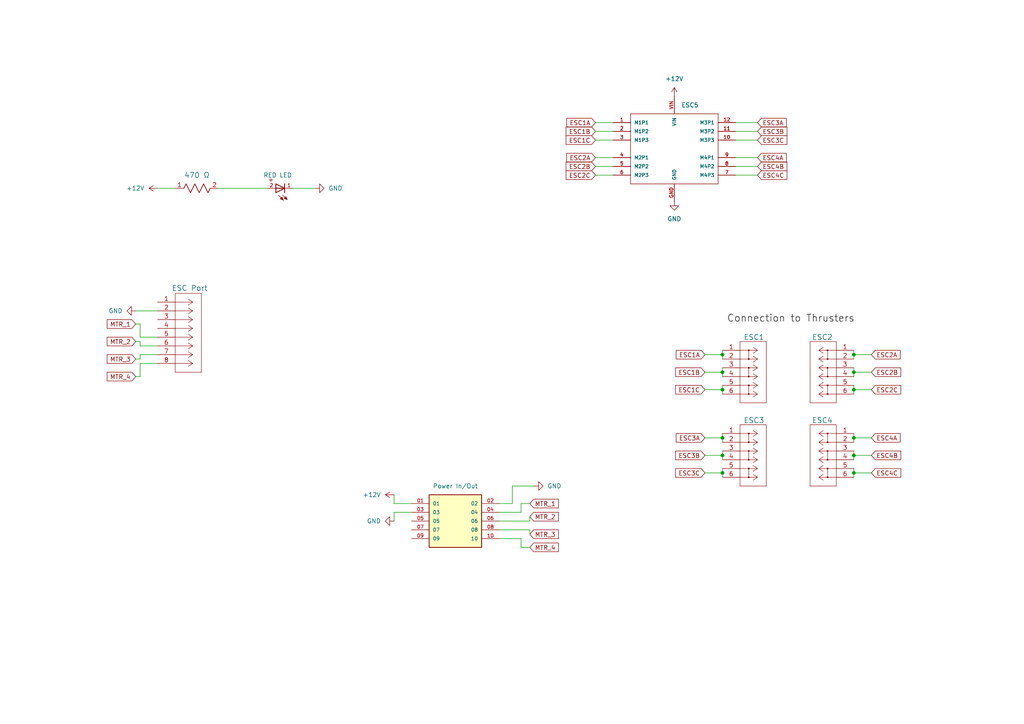
<source format=kicad_sch>
(kicad_sch (version 20231120) (generator "eeschema") (generator_version "8.0")
  (paper "A4")
  (lib_symbols
    (symbol "2024-10-10_00-17-14:RMCF0603FT470R" (pin_names (offset 0.254))
      (property "Reference" "R" (at 5.715 3.81 0))
      (property "Value" "RMCF0603FT470R" (at 6.35 -3.81 0))
      (symbol "RMCF0603FT470R_1_1"
        (polyline (pts (xy 2.54 0) (xy 3.175 1.27)) (stroke (width 0.2032)))
        (polyline (pts (xy 3.175 1.27) (xy 4.445 -1.27)) (stroke (width 0.2032)))
        (polyline (pts (xy 4.445 -1.27) (xy 5.715 1.27)) (stroke (width 0.2032)))
        (polyline (pts (xy 5.715 1.27) (xy 6.985 -1.27)) (stroke (width 0.2032)))
        (polyline (pts (xy 6.985 -1.27) (xy 8.255 1.27)) (stroke (width 0.2032)))
        (polyline (pts (xy 8.255 1.27) (xy 9.525 -1.27)) (stroke (width 0.2032)))
        (polyline (pts (xy 9.525 -1.27) (xy 10.16 0)) (stroke (width 0.2032)))
        (pin unspecified line (at 0 0 0) (length 2.54) (name "") (number "1"))
        (pin unspecified line (at 12.7 0 180) (length 2.54) (name "") (number "2"))
      )
      (symbol "RMCF0603FT470R_1_2"
        (polyline (pts (xy -1.27 3.175) (xy 1.27 4.445)) (stroke (width 0.2032)))
        (polyline (pts (xy -1.27 5.715) (xy 1.27 6.985)) (stroke (width 0.2032)))
        (polyline (pts (xy -1.27 8.255) (xy 1.27 9.525)) (stroke (width 0.2032)))
        (polyline (pts (xy 0 2.54) (xy -1.27 3.175)) (stroke (width 0.2032)))
        (polyline (pts (xy 1.27 4.445) (xy -1.27 5.715)) (stroke (width 0.2032)))
        (polyline (pts (xy 1.27 6.985) (xy -1.27 8.255)) (stroke (width 0.2032)))
        (polyline (pts (xy 1.27 9.525) (xy 0 10.16)) (stroke (width 0.2032)))
        (pin unspecified line (at 0 12.7 270) (length 2.54) (name "") (number "1"))
        (pin unspecified line (at 0 0 90) (length 2.54) (name "") (number "2"))
      )
    )
    (symbol "CONN_1824750000_WED:1824750000" (pin_names (offset 0.254) hide)
      (property "Reference" "J" (at 8.89 6.35 0))
      (property "Value" "1824750000" (at 0 0 0))
      (symbol "1824750000_0_1"
        (polyline (pts (xy 5.08 -15.24) (xy 12.7 -15.24)) (stroke (width 0.127)))
        (polyline (pts (xy 5.08 2.54) (xy 5.08 -15.24)) (stroke (width 0.127)))
        (polyline (pts (xy 7.62 -10.16) (xy 7.62 -12.7)) (stroke (width 0.127)))
        (polyline (pts (xy 7.62 -5.08) (xy 7.62 -7.62)) (stroke (width 0.127)))
        (polyline (pts (xy 7.62 0) (xy 7.62 -2.54)) (stroke (width 0.127)))
        (polyline (pts (xy 10.16 -12.7) (xy 5.08 -12.7)) (stroke (width 0.127)))
        (polyline (pts (xy 10.16 -12.7) (xy 8.89 -13.5467)) (stroke (width 0.127)))
        (polyline (pts (xy 10.16 -12.7) (xy 8.89 -11.8533)) (stroke (width 0.127)))
        (polyline (pts (xy 10.16 -10.16) (xy 5.08 -10.16)) (stroke (width 0.127)))
        (polyline (pts (xy 10.16 -10.16) (xy 8.89 -11.0067)) (stroke (width 0.127)))
        (polyline (pts (xy 10.16 -10.16) (xy 8.89 -9.3133)) (stroke (width 0.127)))
        (polyline (pts (xy 10.16 -7.62) (xy 5.08 -7.62)) (stroke (width 0.127)))
        (polyline (pts (xy 10.16 -7.62) (xy 8.89 -8.4667)) (stroke (width 0.127)))
        (polyline (pts (xy 10.16 -7.62) (xy 8.89 -6.7733)) (stroke (width 0.127)))
        (polyline (pts (xy 10.16 -5.08) (xy 5.08 -5.08)) (stroke (width 0.127)))
        (polyline (pts (xy 10.16 -5.08) (xy 8.89 -5.9267)) (stroke (width 0.127)))
        (polyline (pts (xy 10.16 -5.08) (xy 8.89 -4.2333)) (stroke (width 0.127)))
        (polyline (pts (xy 10.16 -2.54) (xy 5.08 -2.54)) (stroke (width 0.127)))
        (polyline (pts (xy 10.16 -2.54) (xy 8.89 -3.3867)) (stroke (width 0.127)))
        (polyline (pts (xy 10.16 -2.54) (xy 8.89 -1.6933)) (stroke (width 0.127)))
        (polyline (pts (xy 10.16 0) (xy 5.08 0)) (stroke (width 0.127)))
        (polyline (pts (xy 10.16 0) (xy 8.89 -0.8467)) (stroke (width 0.127)))
        (polyline (pts (xy 10.16 0) (xy 8.89 0.8467)) (stroke (width 0.127)))
        (polyline (pts (xy 12.7 -15.24) (xy 12.7 2.54)) (stroke (width 0.127)))
        (polyline (pts (xy 12.7 2.54) (xy 5.08 2.54)) (stroke (width 0.127)))
        (circle (center 7.62 -12.7) (radius 0.127) (stroke (width 0.254)))
        (circle (center 7.62 -10.16) (radius 0.127) (stroke (width 0.254)))
        (circle (center 7.62 -7.62) (radius 0.127) (stroke (width 0.254)))
        (circle (center 7.62 -5.08) (radius 0.127) (stroke (width 0.254)))
        (circle (center 7.62 -2.54) (radius 0.127) (stroke (width 0.254)))
        (circle (center 7.62 0) (radius 0.127) (stroke (width 0.254)))
        (pin unspecified line (at 0 0 0) (length 5.08) (name "1") (number "1"))
        (pin unspecified line (at 0 -2.54 0) (length 5.08) (name "2") (number "2"))
        (pin unspecified line (at 0 -5.08 0) (length 5.08) (name "3") (number "3"))
        (pin unspecified line (at 0 -7.62 0) (length 5.08) (name "4") (number "4"))
        (pin unspecified line (at 0 -10.16 0) (length 5.08) (name "5") (number "5"))
        (pin unspecified line (at 0 -12.7 0) (length 5.08) (name "6") (number "6"))
      )
    )
    (symbol "CONN_BM08B-SRSS-TBLFSN_JST:BM08B-SRSS-TBLFSN" (pin_names (offset 0.254) hide)
      (property "Reference" "J" (at 8.89 6.35 0))
      (property "Value" "BM08B-SRSS-TBLFSN" (at 0 0 0))
      (symbol "BM08B-SRSS-TBLFSN_1_1"
        (polyline (pts (xy 5.08 -20.32) (xy 12.7 -20.32)) (stroke (width 0.127)))
        (polyline (pts (xy 5.08 2.54) (xy 5.08 -20.32)) (stroke (width 0.127)))
        (polyline (pts (xy 10.16 -17.78) (xy 5.08 -17.78)) (stroke (width 0.127)))
        (polyline (pts (xy 10.16 -17.78) (xy 8.89 -18.6267)) (stroke (width 0.127)))
        (polyline (pts (xy 10.16 -17.78) (xy 8.89 -16.9333)) (stroke (width 0.127)))
        (polyline (pts (xy 10.16 -15.24) (xy 5.08 -15.24)) (stroke (width 0.127)))
        (polyline (pts (xy 10.16 -15.24) (xy 8.89 -16.0867)) (stroke (width 0.127)))
        (polyline (pts (xy 10.16 -15.24) (xy 8.89 -14.3933)) (stroke (width 0.127)))
        (polyline (pts (xy 10.16 -12.7) (xy 5.08 -12.7)) (stroke (width 0.127)))
        (polyline (pts (xy 10.16 -12.7) (xy 8.89 -13.5467)) (stroke (width 0.127)))
        (polyline (pts (xy 10.16 -12.7) (xy 8.89 -11.8533)) (stroke (width 0.127)))
        (polyline (pts (xy 10.16 -10.16) (xy 5.08 -10.16)) (stroke (width 0.127)))
        (polyline (pts (xy 10.16 -10.16) (xy 8.89 -11.0067)) (stroke (width 0.127)))
        (polyline (pts (xy 10.16 -10.16) (xy 8.89 -9.3133)) (stroke (width 0.127)))
        (polyline (pts (xy 10.16 -7.62) (xy 5.08 -7.62)) (stroke (width 0.127)))
        (polyline (pts (xy 10.16 -7.62) (xy 8.89 -8.4667)) (stroke (width 0.127)))
        (polyline (pts (xy 10.16 -7.62) (xy 8.89 -6.7733)) (stroke (width 0.127)))
        (polyline (pts (xy 10.16 -5.08) (xy 5.08 -5.08)) (stroke (width 0.127)))
        (polyline (pts (xy 10.16 -5.08) (xy 8.89 -5.9267)) (stroke (width 0.127)))
        (polyline (pts (xy 10.16 -5.08) (xy 8.89 -4.2333)) (stroke (width 0.127)))
        (polyline (pts (xy 10.16 -2.54) (xy 5.08 -2.54)) (stroke (width 0.127)))
        (polyline (pts (xy 10.16 -2.54) (xy 8.89 -3.3867)) (stroke (width 0.127)))
        (polyline (pts (xy 10.16 -2.54) (xy 8.89 -1.6933)) (stroke (width 0.127)))
        (polyline (pts (xy 10.16 0) (xy 5.08 0)) (stroke (width 0.127)))
        (polyline (pts (xy 10.16 0) (xy 8.89 -0.8467)) (stroke (width 0.127)))
        (polyline (pts (xy 10.16 0) (xy 8.89 0.8467)) (stroke (width 0.127)))
        (polyline (pts (xy 12.7 -20.32) (xy 12.7 2.54)) (stroke (width 0.127)))
        (polyline (pts (xy 12.7 2.54) (xy 5.08 2.54)) (stroke (width 0.127)))
        (pin unspecified line (at 0 0 0) (length 5.08) (name "1") (number "1"))
        (pin unspecified line (at 0 -2.54 0) (length 5.08) (name "2") (number "2"))
        (pin unspecified line (at 0 -5.08 0) (length 5.08) (name "3") (number "3"))
        (pin unspecified line (at 0 -7.62 0) (length 5.08) (name "4") (number "4"))
        (pin unspecified line (at 0 -10.16 0) (length 5.08) (name "5") (number "5"))
        (pin unspecified line (at 0 -12.7 0) (length 5.08) (name "6") (number "6"))
        (pin unspecified line (at 0 -15.24 0) (length 5.08) (name "7") (number "7"))
        (pin unspecified line (at 0 -17.78 0) (length 5.08) (name "8") (number "8"))
      )
      (symbol "BM08B-SRSS-TBLFSN_1_2"
        (polyline (pts (xy 5.08 -20.32) (xy 12.7 -20.32)) (stroke (width 0.127)))
        (polyline (pts (xy 5.08 2.54) (xy 5.08 -20.32)) (stroke (width 0.127)))
        (polyline (pts (xy 7.62 -17.78) (xy 5.08 -17.78)) (stroke (width 0.127)))
        (polyline (pts (xy 7.62 -17.78) (xy 8.89 -18.6267)) (stroke (width 0.127)))
        (polyline (pts (xy 7.62 -17.78) (xy 8.89 -16.9333)) (stroke (width 0.127)))
        (polyline (pts (xy 7.62 -15.24) (xy 5.08 -15.24)) (stroke (width 0.127)))
        (polyline (pts (xy 7.62 -15.24) (xy 8.89 -16.0867)) (stroke (width 0.127)))
        (polyline (pts (xy 7.62 -15.24) (xy 8.89 -14.3933)) (stroke (width 0.127)))
        (polyline (pts (xy 7.62 -12.7) (xy 5.08 -12.7)) (stroke (width 0.127)))
        (polyline (pts (xy 7.62 -12.7) (xy 8.89 -13.5467)) (stroke (width 0.127)))
        (polyline (pts (xy 7.62 -12.7) (xy 8.89 -11.8533)) (stroke (width 0.127)))
        (polyline (pts (xy 7.62 -10.16) (xy 5.08 -10.16)) (stroke (width 0.127)))
        (polyline (pts (xy 7.62 -10.16) (xy 8.89 -11.0067)) (stroke (width 0.127)))
        (polyline (pts (xy 7.62 -10.16) (xy 8.89 -9.3133)) (stroke (width 0.127)))
        (polyline (pts (xy 7.62 -7.62) (xy 5.08 -7.62)) (stroke (width 0.127)))
        (polyline (pts (xy 7.62 -7.62) (xy 8.89 -8.4667)) (stroke (width 0.127)))
        (polyline (pts (xy 7.62 -7.62) (xy 8.89 -6.7733)) (stroke (width 0.127)))
        (polyline (pts (xy 7.62 -5.08) (xy 5.08 -5.08)) (stroke (width 0.127)))
        (polyline (pts (xy 7.62 -5.08) (xy 8.89 -5.9267)) (stroke (width 0.127)))
        (polyline (pts (xy 7.62 -5.08) (xy 8.89 -4.2333)) (stroke (width 0.127)))
        (polyline (pts (xy 7.62 -2.54) (xy 5.08 -2.54)) (stroke (width 0.127)))
        (polyline (pts (xy 7.62 -2.54) (xy 8.89 -3.3867)) (stroke (width 0.127)))
        (polyline (pts (xy 7.62 -2.54) (xy 8.89 -1.6933)) (stroke (width 0.127)))
        (polyline (pts (xy 7.62 0) (xy 5.08 0)) (stroke (width 0.127)))
        (polyline (pts (xy 7.62 0) (xy 8.89 -0.8467)) (stroke (width 0.127)))
        (polyline (pts (xy 7.62 0) (xy 8.89 0.8467)) (stroke (width 0.127)))
        (polyline (pts (xy 12.7 -20.32) (xy 12.7 2.54)) (stroke (width 0.127)))
        (polyline (pts (xy 12.7 2.54) (xy 5.08 2.54)) (stroke (width 0.127)))
        (pin unspecified line (at 0 0 0) (length 5.08) (name "1") (number "1"))
        (pin unspecified line (at 0 -2.54 0) (length 5.08) (name "2") (number "2"))
        (pin unspecified line (at 0 -5.08 0) (length 5.08) (name "3") (number "3"))
        (pin unspecified line (at 0 -7.62 0) (length 5.08) (name "4") (number "4"))
        (pin unspecified line (at 0 -10.16 0) (length 5.08) (name "5") (number "5"))
        (pin unspecified line (at 0 -12.7 0) (length 5.08) (name "6") (number "6"))
        (pin unspecified line (at 0 -15.24 0) (length 5.08) (name "7") (number "7"))
        (pin unspecified line (at 0 -17.78 0) (length 5.08) (name "8") (number "8"))
      )
    )
    (symbol "IPS1-105-01-L-D:IPS1-105-01-L-D" (pin_names (offset 1.016))
      (property "Reference" "J" (at -8.12 7.62 0))
      (property "Value" "IPS1-105-01-L-D" (at -7.62 -10.16 0))
      (symbol "IPS1-105-01-L-D_0_0"
        (rectangle (start -7.62 -7.62) (end 7.62 7.62) (stroke (width 0.254)) (fill (type background)))
        (pin passive line (at -12.7 5.08 0) (length 5.08) (name "01") (number "01"))
        (pin passive line (at 12.7 5.08 180) (length 5.08) (name "02") (number "02"))
        (pin passive line (at -12.7 2.54 0) (length 5.08) (name "03") (number "03"))
        (pin passive line (at 12.7 2.54 180) (length 5.08) (name "04") (number "04"))
        (pin passive line (at -12.7 0 0) (length 5.08) (name "05") (number "05"))
        (pin passive line (at 12.7 0 180) (length 5.08) (name "06") (number "06"))
        (pin passive line (at -12.7 -2.54 0) (length 5.08) (name "07") (number "07"))
        (pin passive line (at 12.7 -2.54 180) (length 5.08) (name "08") (number "08"))
        (pin passive line (at -12.7 -5.08 0) (length 5.08) (name "09") (number "09"))
        (pin passive line (at 12.7 -5.08 180) (length 5.08) (name "10") (number "10"))
      )
    )
    (symbol "LUMENIER:LUMENIER" (pin_names (offset 1.016))
      (property "Reference" "U" (at 0 20.32 0))
      (property "Value" "LUMENIER" (at 0 0 0))
      (symbol "LUMENIER_0_0"
        (polyline (pts (xy 0 0) (xy 0 20.32)) (stroke (width 0.1524)))
        (polyline (pts (xy 0 0) (xy 25.4 0)) (stroke (width 0.1524)))
        (polyline (pts (xy 0 20.32) (xy 25.4 20.32)) (stroke (width 0.1524)))
        (polyline (pts (xy 25.4 0) (xy 25.4 20.32)) (stroke (width 0.1524)))
        (pin bidirectional line (at -5.08 17.78 0) (length 5.08) (name "M1P1") (number "1"))
        (pin bidirectional line (at 30.48 12.7 180) (length 5.08) (name "M3P3") (number "10"))
        (pin bidirectional line (at 30.48 15.24 180) (length 5.08) (name "M3P2") (number "11"))
        (pin bidirectional line (at 30.48 17.78 180) (length 5.08) (name "M3P1") (number "12"))
        (pin bidirectional line (at -5.08 15.24 0) (length 5.08) (name "M1P2") (number "2"))
        (pin bidirectional line (at -5.08 12.7 0) (length 5.08) (name "M1P3") (number "3"))
        (pin bidirectional line (at -5.08 7.62 0) (length 5.08) (name "M2P1") (number "4"))
        (pin bidirectional line (at -5.08 5.08 0) (length 5.08) (name "M2P2") (number "5"))
        (pin bidirectional line (at -5.08 2.54 0) (length 5.08) (name "M2P3") (number "6"))
        (pin bidirectional line (at 30.48 2.54 180) (length 5.08) (name "M4P3") (number "7"))
        (pin bidirectional line (at 30.48 5.08 180) (length 5.08) (name "M4P2") (number "8"))
        (pin bidirectional line (at 30.48 7.62 180) (length 5.08) (name "M4P1") (number "9"))
        (pin bidirectional line (at 12.7 -5.08 90) (length 5.08) (name "GND") (number "GND"))
        (pin bidirectional line (at 12.7 25.4 270) (length 5.08) (name "VIN") (number "VIN"))
      )
    )
    (symbol "WL-SMCW_0805:WL-SMCW_0805" (pin_names (offset 1.016))
      (property "Reference" "D" (at -1.988 3.972 0))
      (property "Value" "WL-SMCW_0805" (at -2.628 -3.928 0))
      (symbol "WL-SMCW_0805_0_0"
        (polyline (pts (xy 0 -1.27) (xy 0 0)) (stroke (width 0.254)))
        (polyline (pts (xy 0 0) (xy 0 1.27)) (stroke (width 0.254)))
        (polyline (pts (xy 0 0) (xy 2.54 0)) (stroke (width 0.254)))
        (polyline (pts (xy 0 0) (xy 2.54 1.27)) (stroke (width 0.254)))
        (polyline (pts (xy 0.635 1.905) (xy -0.762 3.302)) (stroke (width 0.1524)))
        (polyline (pts (xy 1.778 2.032) (xy 0.381 3.429)) (stroke (width 0.1524)))
        (polyline (pts (xy 2.54 -1.27) (xy 0 0)) (stroke (width 0.254)))
        (polyline (pts (xy 2.54 -1.27) (xy 2.54 0)) (stroke (width 0.254)))
        (polyline (pts (xy 2.54 0) (xy 2.54 1.27)) (stroke (width 0.254)))
        (polyline (pts (xy -0.762 3.302) (xy 0.127 2.921) (xy -0.381 2.413) (xy -0.762 3.302)) (stroke (width 0.1524)) (fill (type outline)))
        (polyline (pts (xy 0.381 3.429) (xy 1.27 3.048) (xy 0.762 2.54) (xy 0.381 3.429)) (stroke (width 0.1524)) (fill (type outline)))
        (text "+" (at 3.08 -1.74 0) (effects (font (size 1.27 1.27)) (justify left bottom)))
        (pin passive line (at -2.54 0 0) (length 2.54) (name "~") (number "1"))
        (pin passive line (at 5.08 0 180) (length 2.54) (name "~") (number "2"))
      )
    )
    (symbol "power:+12V" (power) (pin_numbers hide) (pin_names (offset 0) hide)
      (property "Value" "+12V" (at 0 3.556 0))
      (symbol "+12V_0_1"
        (polyline (pts (xy -0.762 1.27) (xy 0 2.54)))
        (polyline (pts (xy 0 0) (xy 0 2.54)))
        (polyline (pts (xy 0 2.54) (xy 0.762 1.27)))
      )
      (symbol "+12V_1_1"
        (pin power_in line (at 0 0 90) (length 0) (name "~") (number "1"))
      )
    )
    (symbol "power:GND" (power) (pin_numbers hide) (pin_names (offset 0) hide)
      (property "Value" "GND" (at 0 -3.81 0))
      (symbol "GND_0_1"
        (polyline (pts (xy 0 0) (xy 0 -1.27) (xy 1.27 -1.27) (xy 0 -2.54) (xy -1.27 -1.27) (xy 0 -1.27)))
      )
      (symbol "GND_1_1"
        (pin power_in line (at 0 0 270) (length 0) (name "~") (number "1"))
      )
    )
  )
  (junction (at 247.65 102.87))
  (junction (at 247.65 137.16))
  (junction (at 209.55 127))
  (junction (at 209.55 113.03))
  (junction (at 247.65 107.95))
  (junction (at 247.65 132.08))
  (junction (at 209.55 102.87))
  (junction (at 209.55 137.16))
  (junction (at 247.65 113.03))
  (junction (at 209.55 132.08))
  (junction (at 209.55 107.95))
  (junction (at 247.65 127))
  (wire (pts (xy 209.55 137.16) (xy 209.55 138.43)))
  (wire (pts (xy 151.13 146.05) (xy 151.13 148.59)))
  (wire (pts (xy 177.8 48.26) (xy 172.72 48.26)))
  (wire (pts (xy 144.78 156.21) (xy 151.13 156.21)))
  (wire (pts (xy 153.67 149.86) (xy 153.67 151.13)))
  (wire (pts (xy 114.3 146.05) (xy 114.3 143.51)))
  (wire (pts (xy 247.65 130.81) (xy 247.65 132.08)))
  (wire (pts (xy 148.59 140.97) (xy 148.59 146.05)))
  (wire (pts (xy 119.38 146.05) (xy 114.3 146.05)))
  (wire (pts (xy 209.55 127) (xy 209.55 128.27)))
  (wire (pts (xy 153.67 153.67) (xy 153.67 154.94)))
  (wire (pts (xy 247.65 107.95) (xy 247.65 109.22)))
  (wire (pts (xy 204.47 137.16) (xy 209.55 137.16)))
  (wire (pts (xy 39.37 93.98) (xy 40.64 93.98)))
  (wire (pts (xy 45.72 90.17) (xy 39.37 90.17)))
  (wire (pts (xy 172.72 38.1) (xy 177.8 38.1)))
  (wire (pts (xy 172.72 40.64) (xy 177.8 40.64)))
  (wire (pts (xy 209.55 106.68) (xy 209.55 107.95)))
  (wire (pts (xy 172.72 35.56) (xy 177.8 35.56)))
  (wire (pts (xy 204.47 132.08) (xy 209.55 132.08)))
  (wire (pts (xy 40.64 104.14) (xy 40.64 102.87)))
  (wire (pts (xy 204.47 113.03) (xy 209.55 113.03)))
  (wire (pts (xy 40.64 100.33) (xy 45.72 100.33)))
  (wire (pts (xy 204.47 107.95) (xy 209.55 107.95)))
  (wire (pts (xy 144.78 148.59) (xy 151.13 148.59)))
  (wire (pts (xy 39.37 99.06) (xy 40.64 99.06)))
  (wire (pts (xy 148.59 146.05) (xy 144.78 146.05)))
  (wire (pts (xy 252.73 102.87) (xy 247.65 102.87)))
  (wire (pts (xy 213.36 48.26) (xy 219.71 48.26)))
  (wire (pts (xy 39.37 109.22) (xy 40.64 109.22)))
  (wire (pts (xy 209.55 102.87) (xy 209.55 104.14)))
  (wire (pts (xy 154.94 140.97) (xy 148.59 140.97)))
  (wire (pts (xy 247.65 101.6) (xy 247.65 102.87)))
  (wire (pts (xy 114.3 148.59) (xy 114.3 151.13)))
  (wire (pts (xy 252.73 132.08) (xy 247.65 132.08)))
  (wire (pts (xy 209.55 135.89) (xy 209.55 137.16)))
  (wire (pts (xy 85.09 54.61) (xy 91.44 54.61)))
  (wire (pts (xy 247.65 106.68) (xy 247.65 107.95)))
  (wire (pts (xy 247.65 102.87) (xy 247.65 104.14)))
  (wire (pts (xy 247.65 135.89) (xy 247.65 137.16)))
  (wire (pts (xy 213.36 35.56) (xy 219.71 35.56)))
  (wire (pts (xy 247.65 113.03) (xy 247.65 114.3)))
  (wire (pts (xy 252.73 107.95) (xy 247.65 107.95)))
  (wire (pts (xy 172.72 45.72) (xy 177.8 45.72)))
  (wire (pts (xy 213.36 50.8) (xy 219.71 50.8)))
  (wire (pts (xy 247.65 125.73) (xy 247.65 127)))
  (wire (pts (xy 209.55 107.95) (xy 209.55 109.22)))
  (wire (pts (xy 209.55 111.76) (xy 209.55 113.03)))
  (wire (pts (xy 247.65 127) (xy 247.65 128.27)))
  (wire (pts (xy 204.47 102.87) (xy 209.55 102.87)))
  (wire (pts (xy 213.36 40.64) (xy 219.71 40.64)))
  (wire (pts (xy 144.78 151.13) (xy 153.67 151.13)))
  (wire (pts (xy 40.64 97.79) (xy 45.72 97.79)))
  (wire (pts (xy 144.78 153.67) (xy 153.67 153.67)))
  (wire (pts (xy 252.73 137.16) (xy 247.65 137.16)))
  (wire (pts (xy 40.64 99.06) (xy 40.64 100.33)))
  (wire (pts (xy 252.73 127) (xy 247.65 127)))
  (wire (pts (xy 209.55 113.03) (xy 209.55 114.3)))
  (wire (pts (xy 40.64 102.87) (xy 45.72 102.87)))
  (wire (pts (xy 209.55 130.81) (xy 209.55 132.08)))
  (wire (pts (xy 40.64 109.22) (xy 40.64 105.41)))
  (wire (pts (xy 213.36 45.72) (xy 219.71 45.72)))
  (wire (pts (xy 151.13 158.75) (xy 153.67 158.75)))
  (wire (pts (xy 119.38 148.59) (xy 114.3 148.59)))
  (wire (pts (xy 247.65 111.76) (xy 247.65 113.03)))
  (wire (pts (xy 209.55 132.08) (xy 209.55 133.35)))
  (wire (pts (xy 151.13 156.21) (xy 151.13 158.75)))
  (wire (pts (xy 40.64 105.41) (xy 45.72 105.41)))
  (wire (pts (xy 247.65 137.16) (xy 247.65 138.43)))
  (wire (pts (xy 213.36 38.1) (xy 219.71 38.1)))
  (wire (pts (xy 151.13 146.05) (xy 153.67 146.05)))
  (wire (pts (xy 45.72 54.61) (xy 50.8 54.61)))
  (wire (pts (xy 177.8 50.8) (xy 172.72 50.8)))
  (wire (pts (xy 247.65 132.08) (xy 247.65 133.35)))
  (wire (pts (xy 39.37 104.14) (xy 40.64 104.14)))
  (wire (pts (xy 63.5 54.61) (xy 77.47 54.61)))
  (wire (pts (xy 209.55 125.73) (xy 209.55 127)))
  (wire (pts (xy 40.64 93.98) (xy 40.64 97.79)))
  (wire (pts (xy 209.55 101.6) (xy 209.55 102.87)))
  (wire (pts (xy 204.47 127) (xy 209.55 127)))
  (wire (pts (xy 252.73 113.03) (xy 247.65 113.03)))
  (label "Connection to Thrusters" (at 210.82 93.98 0) (effects (font (size 2.032 2.032))))
  (global_label "ESC4C" (shape input) (at 252.73 137.16 0) (property "Intersheetrefs" "${INTERSHEET_REFS}" (effects (hide yes))))
  (global_label "ESC4A" (shape input) (at 219.71 45.72 0) (property "Intersheetrefs" "${INTERSHEET_REFS}" (effects (hide yes))))
  (global_label "MTR_2" (shape input) (at 39.37 99.06 180) (property "Intersheetrefs" "${INTERSHEET_REFS}" (effects (hide yes))))
  (global_label "ESC2B" (shape input) (at 172.72 48.26 180) (property "Intersheetrefs" "${INTERSHEET_REFS}" (effects (hide yes))))
  (global_label "ESC1A" (shape input) (at 172.72 35.56 180) (property "Intersheetrefs" "${INTERSHEET_REFS}" (effects (hide yes))))
  (global_label "ESC4B" (shape input) (at 219.71 48.26 0) (property "Intersheetrefs" "${INTERSHEET_REFS}" (effects (hide yes))))
  (global_label "MTR_1" (shape input) (at 39.37 93.98 180) (property "Intersheetrefs" "${INTERSHEET_REFS}" (effects (hide yes))))
  (global_label "ESC2A" (shape input) (at 172.72 45.72 180) (property "Intersheetrefs" "${INTERSHEET_REFS}" (effects (hide yes))))
  (global_label "ESC3A" (shape input) (at 204.47 127 180) (property "Intersheetrefs" "${INTERSHEET_REFS}" (effects (hide yes))))
  (global_label "MTR_1" (shape input) (at 153.67 146.05 0) (property "Intersheetrefs" "${INTERSHEET_REFS}" (effects (hide yes))))
  (global_label "ESC1C" (shape input) (at 172.72 40.64 180) (property "Intersheetrefs" "${INTERSHEET_REFS}" (effects (hide yes))))
  (global_label "MTR_3" (shape input) (at 153.67 154.94 0) (property "Intersheetrefs" "${INTERSHEET_REFS}" (effects (hide yes))))
  (global_label "ESC2B" (shape input) (at 252.73 107.95 0) (property "Intersheetrefs" "${INTERSHEET_REFS}" (effects (hide yes))))
  (global_label "MTR_4" (shape input) (at 39.37 109.22 180) (property "Intersheetrefs" "${INTERSHEET_REFS}" (effects (hide yes))))
  (global_label "ESC2A" (shape input) (at 252.73 102.87 0) (property "Intersheetrefs" "${INTERSHEET_REFS}" (effects (hide yes))))
  (global_label "MTR_2" (shape input) (at 153.67 149.86 0) (property "Intersheetrefs" "${INTERSHEET_REFS}" (effects (hide yes))))
  (global_label "ESC3B" (shape input) (at 204.47 132.08 180) (property "Intersheetrefs" "${INTERSHEET_REFS}" (effects (hide yes))))
  (global_label "ESC1B" (shape input) (at 204.47 107.95 180) (property "Intersheetrefs" "${INTERSHEET_REFS}" (effects (hide yes))))
  (global_label "ESC1A" (shape input) (at 204.47 102.87 180) (property "Intersheetrefs" "${INTERSHEET_REFS}" (effects (hide yes))))
  (global_label "ESC3B" (shape input) (at 219.71 38.1 0) (property "Intersheetrefs" "${INTERSHEET_REFS}" (effects (hide yes))))
  (global_label "MTR_4" (shape input) (at 153.67 158.75 0) (property "Intersheetrefs" "${INTERSHEET_REFS}" (effects (hide yes))))
  (global_label "ESC2C" (shape input) (at 172.72 50.8 180) (property "Intersheetrefs" "${INTERSHEET_REFS}" (effects (hide yes))))
  (global_label "MTR_3" (shape input) (at 39.37 104.14 180) (property "Intersheetrefs" "${INTERSHEET_REFS}" (effects (hide yes))))
  (global_label "ESC1B" (shape input) (at 172.72 38.1 180) (property "Intersheetrefs" "${INTERSHEET_REFS}" (effects (hide yes))))
  (global_label "ESC4B" (shape input) (at 252.73 132.08 0) (property "Intersheetrefs" "${INTERSHEET_REFS}" (effects (hide yes))))
  (global_label "ESC4A" (shape input) (at 252.73 127 0) (property "Intersheetrefs" "${INTERSHEET_REFS}" (effects (hide yes))))
  (global_label "ESC3C" (shape input) (at 219.71 40.64 0) (property "Intersheetrefs" "${INTERSHEET_REFS}" (effects (hide yes))))
  (global_label "ESC4C" (shape input) (at 219.71 50.8 0) (property "Intersheetrefs" "${INTERSHEET_REFS}" (effects (hide yes))))
  (global_label "ESC3A" (shape input) (at 219.71 35.56 0) (property "Intersheetrefs" "${INTERSHEET_REFS}" (effects (hide yes))))
  (global_label "ESC3C" (shape input) (at 204.47 137.16 180) (property "Intersheetrefs" "${INTERSHEET_REFS}" (effects (hide yes))))
  (global_label "ESC2C" (shape input) (at 252.73 113.03 0) (property "Intersheetrefs" "${INTERSHEET_REFS}" (effects (hide yes))))
  (global_label "ESC1C" (shape input) (at 204.47 113.03 180) (property "Intersheetrefs" "${INTERSHEET_REFS}" (effects (hide yes))))
  (symbol (lib_id "CONN_1824750000_WED:1824750000") (at 209.55 101.6 0) (unit 1)
    (property "Reference" "ESC1" (at 215.646 97.79 0) (effects (font (size 1.524 1.524)) (justify left)))
    (property "Value" "1824750000" (effects (hide yes)))
    (property "Footprint" "KiCADv6:CONN3_1824750000_WED" (effects (hide yes)))
    (property "Datasheet" "1824750000" (effects (hide yes)))
  )
  (symbol (lib_id "WL-SMCW_0805:WL-SMCW_0805") (at 82.55 54.61 180) (unit 1)
    (property "Reference" "D1" (effects (hide yes)))
    (property "Value" "RED LED" (at 80.5317 50.8 0))
    (property "Footprint" "led:WL-SMCW_0805" (effects (hide yes)))
  )
  (symbol (lib_id "LUMENIER:LUMENIER") (at 182.88 53.34 0) (unit 1)
    (property "Reference" "ESC5" (at 197.5994 30.48 0) (effects (justify left)))
    (property "Value" "LUMENIER" (effects (hide yes)))
    (property "Footprint" "LUMENIER:LUMENIER" (effects (hide yes)))
  )
  (symbol (lib_id "power:+12V") (at 114.3 143.51 90) (unit 1)
    (property "Reference" "#PWR03" (effects (hide yes)))
    (property "Value" "+12V" (at 110.49 143.5099 90) (effects (justify left)))
    (property "Description" "Power symbol creates a global label with name \"+12V\"" (effects (hide yes)))
  )
  (symbol (lib_id "CONN_1824750000_WED:1824750000") (at 209.55 125.73 0) (unit 1)
    (property "Reference" "ESC3" (at 215.646 121.92 0) (effects (font (size 1.524 1.524)) (justify left)))
    (property "Value" "1824750000" (effects (hide yes)))
    (property "Footprint" "KiCADv6:CONN3_1824750000_WED" (effects (hide yes)))
    (property "Datasheet" "1824750000" (effects (hide yes)))
  )
  (symbol (lib_id "2024-10-10_00-17-14:RMCF0603FT470R") (at 50.8 54.61 0) (unit 1)
    (property "Reference" "R2" (effects (hide yes)))
    (property "Value" "470 Ω" (at 57.15 50.8 0) (effects (font (size 1.524 1.524))))
    (property "Footprint" "STA_RMCF0603_STP" (effects (hide yes)))
    (property "Datasheet" "RMCF0603FT470R" (effects (hide yes)))
  )
  (symbol (lib_id "CONN_1824750000_WED:1824750000") (at 247.65 125.73 0) (mirror y) (unit 1)
    (property "Reference" "ESC4" (at 241.554 121.92 0) (effects (font (size 1.524 1.524)) (justify left)))
    (property "Value" "1824750000" (effects (hide yes)))
    (property "Footprint" "KiCADv6:CONN3_1824750000_WED" (effects (hide yes)))
    (property "Datasheet" "1824750000" (effects (hide yes)))
  )
  (symbol (lib_id "CONN_BM08B-SRSS-TBLFSN_JST:BM08B-SRSS-TBLFSN") (at 45.72 87.63 0) (unit 1)
    (property "Reference" "BM08B-SRSS-TBLFSN1" (effects (hide yes)))
    (property "Value" "ESC Port" (at 49.784 83.566 0) (effects (font (size 1.524 1.524)) (justify left)))
    (property "Footprint" "CONN_BM08B-SRSS-TBLFSN_JST" (effects (hide yes)))
    (property "Datasheet" "BM08B-SRSS-TBLFSN" (effects (hide yes)))
  )
  (symbol (lib_id "power:GND") (at 114.3 151.13 270) (unit 1)
    (property "Reference" "#PWR02" (effects (hide yes)))
    (property "Value" "GND" (at 110.49 151.1299 90) (effects (justify right)))
    (property "Description" "Power symbol creates a global label with name \"GND\" , ground" (effects (hide yes)))
  )
  (symbol (lib_id "IPS1-105-01-L-D:IPS1-105-01-L-D") (at 132.08 151.13 0) (unit 1)
    (property "Reference" "J2" (effects (hide yes)))
    (property "Value" "Power In/Out" (at 132.08 140.97 0))
    (property "Footprint" "IPS1-105-01-L-D:SAMTEC_IPS1-105-01-L-D" (effects (hide yes)))
    (property "PARTREV" "R" (effects (hide yes)))
    (property "STANDARD" "Manufacturer Recommendations" (effects (hide yes)))
    (property "MANUFACTURER" "Samtec" (effects (hide yes)))
  )
  (symbol (lib_id "power:+12V") (at 195.58 27.94 0) (unit 1)
    (property "Reference" "#PWR08" (effects (hide yes)))
    (property "Value" "+12V" (at 195.58 22.86 0))
    (property "Description" "Power symbol creates a global label with name \"+12V\"" (effects (hide yes)))
  )
  (symbol (lib_id "CONN_1824750000_WED:1824750000") (at 247.65 101.6 0) (mirror y) (unit 1)
    (property "Reference" "ESC2" (at 241.554 97.79 0) (effects (font (size 1.524 1.524)) (justify left)))
    (property "Value" "1824750000" (effects (hide yes)))
    (property "Footprint" "KiCADv6:CONN3_1824750000_WED" (effects (hide yes)))
    (property "Datasheet" "1824750000" (effects (hide yes)))
  )
  (symbol (lib_id "power:+12V") (at 45.72 54.61 90) (unit 1)
    (property "Reference" "#PWR05" (effects (hide yes)))
    (property "Value" "+12V" (at 41.91 54.6099 90) (effects (justify left)))
    (property "Description" "Power symbol creates a global label with name \"+12V\"" (effects (hide yes)))
  )
  (symbol (lib_id "power:GND") (at 91.44 54.61 90) (unit 1)
    (property "Reference" "#PWR06" (effects (hide yes)))
    (property "Value" "GND" (at 95.25 54.6099 90) (effects (justify right)))
    (property "Description" "Power symbol creates a global label with name \"GND\" , ground" (effects (hide yes)))
  )
  (symbol (lib_id "power:GND") (at 39.37 90.17 270) (unit 1)
    (property "Reference" "#PWR01" (effects (hide yes)))
    (property "Value" "GND" (at 35.56 90.1699 90) (effects (justify right)))
    (property "Description" "Power symbol creates a global label with name \"GND\" , ground" (effects (hide yes)))
  )
  (symbol (lib_id "power:GND") (at 195.58 58.42 0) (unit 1)
    (property "Reference" "#PWR07" (effects (hide yes)))
    (property "Value" "GND" (at 195.58 63.5 0))
    (property "Description" "Power symbol creates a global label with name \"GND\" , ground" (effects (hide yes)))
  )
  (symbol (lib_id "power:GND") (at 154.94 140.97 90) (unit 1)
    (property "Reference" "#PWR04" (effects (hide yes)))
    (property "Value" "GND" (at 158.75 140.9699 90) (effects (justify right)))
    (property "Description" "Power symbol creates a global label with name \"GND\" , ground" (effects (hide yes)))
  )
)
</source>
